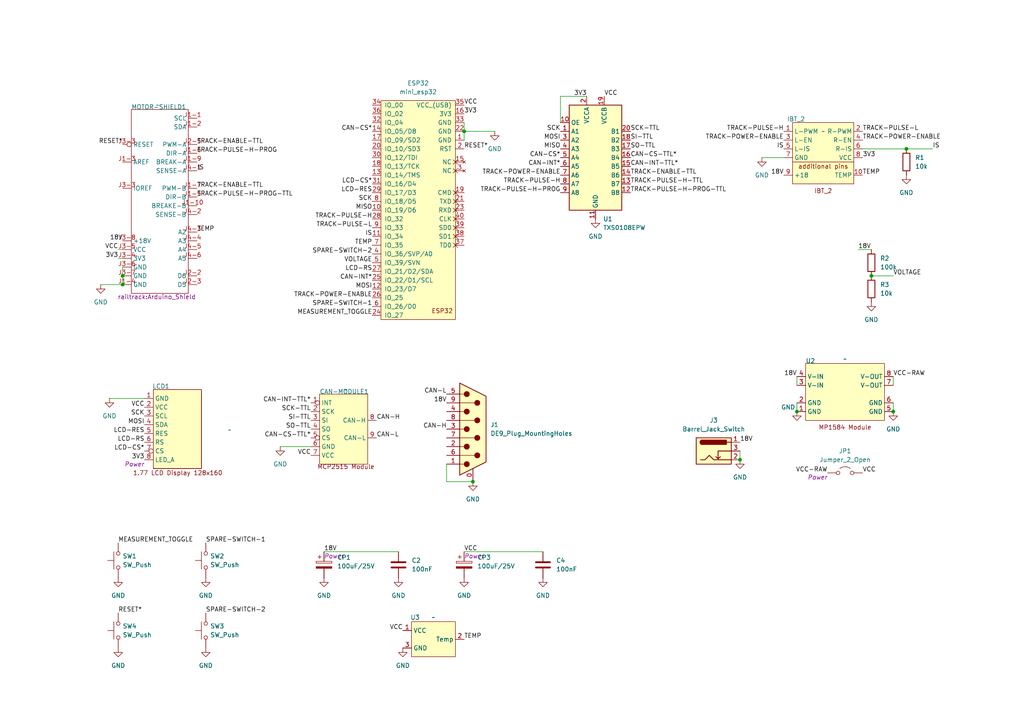
<source format=kicad_sch>
(kicad_sch (version 20231120) (generator "eeschema") (generator_version "8.0")
  (paper "A4")
  (title_block (title "TrackController") (date "2024-04-29") (rev "A") (comment 1 "Complete Schematics") (comment 2 "Design by Gerard Harkema"))
  (lib_symbols
    (symbol "Connector:Barrel_Jack_Switch" (pin_names hide)
      (property "Reference" "J" (at 0 5.334 0))
      (property "Value" "Barrel_Jack_Switch" (at 0 -5.08 0))
      (symbol "Barrel_Jack_Switch_0_1"
        (rectangle (start -5.08 3.81) (end 5.08 -3.81) (stroke (width 0.254)) (fill (type background)))
        (arc (start -3.302 3.175) (mid -3.9343 2.54) (end -3.302 1.905) (stroke (width 0.254)))
        (arc (start -3.302 3.175) (mid -3.9343 2.54) (end -3.302 1.905) (stroke (width 0.254)) (fill (type outline)))
        (polyline (pts (xy 1.27 -2.286) (xy 1.905 -1.651)) (stroke (width 0.254)))
        (polyline (pts (xy 5.08 2.54) (xy 3.81 2.54)) (stroke (width 0.254)))
        (polyline (pts (xy 5.08 0) (xy 1.27 0) (xy 1.27 -2.286) (xy 0.635 -1.651)) (stroke (width 0.254)))
        (polyline (pts (xy -3.81 -2.54) (xy -2.54 -2.54) (xy -1.27 -1.27) (xy 0 -2.54) (xy 2.54 -2.54) (xy 5.08 -2.54)) (stroke (width 0.254)))
        (rectangle (start 3.683 3.175) (end -3.302 1.905) (stroke (width 0.254)) (fill (type outline)))
      )
      (symbol "Barrel_Jack_Switch_1_1"
        (pin passive line (at 7.62 2.54 180) (length 2.54) (name "~") (number "1"))
        (pin passive line (at 7.62 -2.54 180) (length 2.54) (name "~") (number "2"))
        (pin passive line (at 7.62 0 180) (length 2.54) (name "~") (number "3"))
      )
    )
    (symbol "Connector:DE9_Plug_MountingHoles" (pin_names (offset 1.016) hide)
      (property "Reference" "J" (at 0 16.51 0))
      (property "Value" "DE9_Plug_MountingHoles" (at 0 14.605 0))
      (symbol "DE9_Plug_MountingHoles_0_1"
        (circle (center -1.778 -10.16) (radius 0.762) (fill (type outline)))
        (circle (center -1.778 -5.08) (radius 0.762) (fill (type outline)))
        (circle (center -1.778 0) (radius 0.762) (fill (type outline)))
        (circle (center -1.778 5.08) (radius 0.762) (fill (type outline)))
        (circle (center -1.778 10.16) (radius 0.762) (fill (type outline)))
        (polyline (pts (xy -3.81 -10.16) (xy -2.54 -10.16)))
        (polyline (pts (xy -3.81 -7.62) (xy 0.508 -7.62)))
        (polyline (pts (xy -3.81 -5.08) (xy -2.54 -5.08)))
        (polyline (pts (xy -3.81 -2.54) (xy 0.508 -2.54)))
        (polyline (pts (xy -3.81 0) (xy -2.54 0)))
        (polyline (pts (xy -3.81 2.54) (xy 0.508 2.54)))
        (polyline (pts (xy -3.81 5.08) (xy -2.54 5.08)))
        (polyline (pts (xy -3.81 7.62) (xy 0.508 7.62)))
        (polyline (pts (xy -3.81 10.16) (xy -2.54 10.16)))
        (polyline (pts (xy -3.81 -13.335) (xy -3.81 13.335) (xy 3.81 9.525) (xy 3.81 -9.525) (xy -3.81 -13.335)) (stroke (width 0.254)) (fill (type background)))
        (circle (center 1.27 -7.62) (radius 0.762) (fill (type outline)))
        (circle (center 1.27 -2.54) (radius 0.762) (fill (type outline)))
        (circle (center 1.27 2.54) (radius 0.762) (fill (type outline)))
        (circle (center 1.27 7.62) (radius 0.762) (fill (type outline)))
      )
      (symbol "DE9_Plug_MountingHoles_1_1"
        (pin passive line (at 0 -15.24 90) (length 3.81) (name "PAD") (number "0"))
        (pin passive line (at -7.62 -10.16 0) (length 3.81) (name "1") (number "1"))
        (pin passive line (at -7.62 -5.08 0) (length 3.81) (name "2") (number "2"))
        (pin passive line (at -7.62 0 0) (length 3.81) (name "3") (number "3"))
        (pin passive line (at -7.62 5.08 0) (length 3.81) (name "4") (number "4"))
        (pin passive line (at -7.62 10.16 0) (length 3.81) (name "5") (number "5"))
        (pin passive line (at -7.62 -7.62 0) (length 3.81) (name "6") (number "6"))
        (pin passive line (at -7.62 -2.54 0) (length 3.81) (name "7") (number "7"))
        (pin passive line (at -7.62 2.54 0) (length 3.81) (name "8") (number "8"))
        (pin passive line (at -7.62 7.62 0) (length 3.81) (name "9") (number "9"))
      )
    )
    (symbol "Device:C" (pin_numbers hide) (pin_names (offset 0.254))
      (property "Reference" "C" (at 0.635 2.54 0))
      (property "Value" "C" (at 0.635 -2.54 0))
      (symbol "C_0_1"
        (polyline (pts (xy -2.032 -0.762) (xy 2.032 -0.762)) (stroke (width 0.508)))
        (polyline (pts (xy -2.032 0.762) (xy 2.032 0.762)) (stroke (width 0.508)))
      )
      (symbol "C_1_1"
        (pin passive line (at 0 3.81 270) (length 2.794) (name "~") (number "1"))
        (pin passive line (at 0 -3.81 90) (length 2.794) (name "~") (number "2"))
      )
    )
    (symbol "Device:C_Polarized" (pin_numbers hide) (pin_names (offset 0.254))
      (property "Reference" "C" (at 0.635 2.54 0))
      (property "Value" "C_Polarized" (at 0.635 -2.54 0))
      (symbol "C_Polarized_0_1"
        (rectangle (start -2.286 0.508) (end 2.286 1.016))
        (polyline (pts (xy -1.778 2.286) (xy -0.762 2.286)))
        (polyline (pts (xy -1.27 2.794) (xy -1.27 1.778)))
        (rectangle (start 2.286 -0.508) (end -2.286 -1.016) (fill (type outline)))
      )
      (symbol "C_Polarized_1_1"
        (pin passive line (at 0 3.81 270) (length 2.794) (name "~") (number "1"))
        (pin passive line (at 0 -3.81 90) (length 2.794) (name "~") (number "2"))
      )
    )
    (symbol "Device:R" (pin_numbers hide) (pin_names (offset 0))
      (property "Reference" "R" (at 2.032 0 90))
      (property "Value" "R" (at 0 0 90))
      (symbol "R_0_1"
        (rectangle (start -1.016 -2.54) (end 1.016 2.54) (stroke (width 0.254)))
      )
      (symbol "R_1_1"
        (pin passive line (at 0 3.81 270) (length 1.27) (name "~") (number "1"))
        (pin passive line (at 0 -3.81 90) (length 1.27) (name "~") (number "2"))
      )
    )
    (symbol "ESP32_mini:mini_esp32" (pin_names (offset 1.016))
      (property "Reference" "U" (at -7.62 -50.8 0))
      (property "Value" "mini_esp32" (at 5.08 -59.69 0))
      (symbol "mini_esp32_0_0"
        (text "ESP32" (at 7.62 -62.23 0) (effects (font (size 1.27 1.27))))
        (pin power_in line (at 13.97 -12.7 180) (length 2.54) (name "GND") (number "1"))
        (pin input line (at 13.97 -15.24 180) (length 2.54) (name "RST") (number "2"))
        (pin no_connect non_logic (at 13.97 -21.59 180) (length 2.54) (name "NC") (number "3"))
        (pin bidirectional line (at -12.7 -45.72 0) (length 2.54) (name "IO_36/SVP/A0") (number "4"))
        (pin bidirectional line (at -12.7 -48.26 0) (length 2.54) (name "IO_39/SVN") (number "5"))
      )
      (symbol "mini_esp32_0_1"
        (rectangle (start -10.16 -1.27) (end 11.43 -64.77) (fill (type background)))
      )
      (symbol "mini_esp32_1_1"
        (pin bidirectional line (at -12.7 -33.02 0) (length 2.54) (name "IO_19/D6") (number "10"))
        (pin bidirectional line (at -12.7 -40.64 0) (length 2.54) (name "IO_34") (number "11"))
        (pin bidirectional line (at -12.7 -55.88 0) (length 2.54) (name "IO_23/D7") (number "12"))
        (pin bidirectional line (at -12.7 -22.86 0) (length 2.54) (name "IO_14/TMS") (number "13"))
        (pin bidirectional line (at -12.7 -10.16 0) (length 2.54) (name "IO_05/D8") (number "14"))
        (pin no_connect non_logic (at 13.97 -19.05 180) (length 2.54) (name "NC") (number "15"))
        (pin power_in line (at 13.97 -5.08 180) (length 2.54) (name "3V3") (number "16"))
        (pin bidirectional line (at -12.7 -12.7 0) (length 2.54) (name "IO_09/SD2") (number "17"))
        (pin bidirectional line (at -12.7 -20.32 0) (length 2.54) (name "IO_13/TCK") (number "18"))
        (pin passive non_logic (at 13.97 -27.94 180) (length 2.54) (name "CMD") (number "19"))
        (pin bidirectional line (at -12.7 -15.24 0) (length 2.54) (name "IO_10/SD3") (number "20"))
        (pin passive non_logic (at 13.97 -30.48 180) (length 2.54) (name "TXD") (number "21"))
        (pin power_in line (at 13.97 -10.16 180) (length 2.54) (name "GND") (number "22"))
        (pin passive non_logic (at 13.97 -33.02 180) (length 2.54) (name "RXD") (number "23"))
        (pin bidirectional line (at -12.7 -63.5 0) (length 2.54) (name "IO_27") (number "24"))
        (pin bidirectional line (at -12.7 -53.34 0) (length 2.54) (name "IO_22/D1/SCL") (number "25"))
        (pin bidirectional line (at -12.7 -58.42 0) (length 2.54) (name "IO_25") (number "26"))
        (pin bidirectional line (at -12.7 -50.8 0) (length 2.54) (name "IO_21/D2/SDA") (number "27"))
        (pin bidirectional line (at -12.7 -35.56 0) (length 2.54) (name "IO_32") (number "28"))
        (pin bidirectional line (at -12.7 -27.94 0) (length 2.54) (name "IO_17/D3") (number "29"))
        (pin bidirectional line (at -12.7 -17.78 0) (length 2.54) (name "IO_12/TDI") (number "30"))
        (pin bidirectional line (at -12.7 -25.4 0) (length 2.54) (name "IO_16/D4") (number "31"))
        (pin bidirectional line (at -12.7 -7.62 0) (length 2.54) (name "IO_04") (number "32"))
        (pin power_in line (at 13.97 -7.62 180) (length 2.54) (name "GND") (number "33"))
        (pin bidirectional line (at -12.7 -2.54 0) (length 2.54) (name "IO_00") (number "34"))
        (pin power_in line (at 13.97 -2.54 180) (length 2.54) (name "VCC_(USB)") (number "35"))
        (pin bidirectional line (at -12.7 -5.08 0) (length 2.54) (name "IO_02") (number "36"))
        (pin passive non_logic (at 13.97 -43.18 180) (length 2.54) (name "TD0") (number "37"))
        (pin passive non_logic (at 13.97 -40.64 180) (length 2.54) (name "SD1") (number "38"))
        (pin passive non_logic (at 13.97 -38.1 180) (length 2.54) (name "SD0") (number "39"))
        (pin passive non_logic (at 13.97 -35.56 180) (length 2.54) (name "CLK") (number "40"))
        (pin bidirectional line (at -12.7 -60.96 0) (length 2.54) (name "IO_26/D0") (number "6"))
        (pin bidirectional line (at -12.7 -43.18 0) (length 2.54) (name "IO_35") (number "7"))
        (pin bidirectional line (at -12.7 -30.48 0) (length 2.54) (name "IO_18/D5") (number "8"))
        (pin bidirectional line (at -12.7 -38.1 0) (length 2.54) (name "IO_33") (number "9"))
      )
    )
    (symbol "Jumper:Jumper_2_Open" (pin_numbers hide) (pin_names (offset 0) hide) (exclude_from_sim yes)
      (property "Reference" "JP" (at 0 2.794 0))
      (property "Value" "Jumper_2_Open" (at 0 -2.286 0))
      (symbol "Jumper_2_Open_0_0"
        (circle (center -2.032 0) (radius 0.508))
        (circle (center 2.032 0) (radius 0.508))
      )
      (symbol "Jumper_2_Open_0_1"
        (arc (start 1.524 1.27) (mid 0 1.778) (end -1.524 1.27))
      )
      (symbol "Jumper_2_Open_1_1"
        (pin passive line (at -5.08 0 0) (length 2.54) (name "A") (number "1"))
        (pin passive line (at 5.08 0 180) (length 2.54) (name "B") (number "2"))
      )
    )
    (symbol "Logic_LevelTranslator:TXS0108EPW"
      (property "Reference" "U" (at -6.35 16.51 0))
      (property "Value" "TXS0108EPW" (at 3.81 16.51 0))
      (symbol "TXS0108EPW_0_1"
        (rectangle (start -7.62 15.24) (end 7.62 -15.24) (stroke (width 0.254)) (fill (type background)))
      )
      (symbol "TXS0108EPW_1_1"
        (pin bidirectional line (at -10.16 7.62 0) (length 2.54) (name "A1") (number "1"))
        (pin input line (at -10.16 10.16 0) (length 2.54) (name "OE") (number "10"))
        (pin power_in line (at 0 -17.78 90) (length 2.54) (name "GND") (number "11"))
        (pin bidirectional line (at 10.16 -10.16 180) (length 2.54) (name "B8") (number "12"))
        (pin bidirectional line (at 10.16 -7.62 180) (length 2.54) (name "B7") (number "13"))
        (pin bidirectional line (at 10.16 -5.08 180) (length 2.54) (name "B6") (number "14"))
        (pin bidirectional line (at 10.16 -2.54 180) (length 2.54) (name "B5") (number "15"))
        (pin bidirectional line (at 10.16 0 180) (length 2.54) (name "B4") (number "16"))
        (pin bidirectional line (at 10.16 2.54 180) (length 2.54) (name "B3") (number "17"))
        (pin bidirectional line (at 10.16 5.08 180) (length 2.54) (name "B2") (number "18"))
        (pin power_in line (at 2.54 17.78 270) (length 2.54) (name "VCCB") (number "19"))
        (pin power_in line (at -2.54 17.78 270) (length 2.54) (name "VCCA") (number "2"))
        (pin bidirectional line (at 10.16 7.62 180) (length 2.54) (name "B1") (number "20"))
        (pin bidirectional line (at -10.16 5.08 0) (length 2.54) (name "A2") (number "3"))
        (pin bidirectional line (at -10.16 2.54 0) (length 2.54) (name "A3") (number "4"))
        (pin bidirectional line (at -10.16 0 0) (length 2.54) (name "A4") (number "5"))
        (pin bidirectional line (at -10.16 -2.54 0) (length 2.54) (name "A5") (number "6"))
        (pin bidirectional line (at -10.16 -5.08 0) (length 2.54) (name "A6") (number "7"))
        (pin bidirectional line (at -10.16 -7.62 0) (length 2.54) (name "A7") (number "8"))
        (pin bidirectional line (at -10.16 -10.16 0) (length 2.54) (name "A8") (number "9"))
      )
    )
    (symbol "Switch:SW_Push" (pin_numbers hide) (pin_names (offset 1.016) hide)
      (property "Reference" "SW" (at 1.27 2.54 0))
      (property "Value" "SW_Push" (at 0 -1.524 0))
      (symbol "SW_Push_0_1"
        (circle (center -2.032 0) (radius 0.508))
        (polyline (pts (xy 0 1.27) (xy 0 3.048)))
        (polyline (pts (xy 2.54 1.27) (xy -2.54 1.27)))
        (circle (center 2.032 0) (radius 0.508))
        (pin passive line (at -5.08 0 0) (length 2.54) (name "1") (number "1"))
        (pin passive line (at 5.08 0 180) (length 2.54) (name "2") (number "2"))
      )
    )
    (symbol "power:GND" (power) (pin_numbers hide) (pin_names (offset 0) hide)
      (property "Value" "GND" (at 0 -3.81 0))
      (symbol "GND_0_1"
        (polyline (pts (xy 0 0) (xy 0 -1.27) (xy 1.27 -1.27) (xy 0 -2.54) (xy -1.27 -1.27) (xy 0 -1.27)))
      )
      (symbol "GND_1_1"
        (pin power_in line (at 0 0 270) (length 0) (name "~") (number "1"))
      )
    )
    (symbol "railtrack:1.77_LCD_Display"
      (property "Reference" "LCD1" (at -7.874 11.684 0))
      (property "Value" "~" (at 13.97 -0.2512 0))
      (symbol "1.77_LCD_Display_0_1"
        (rectangle (start -7.62 11.43) (end 6.35 -11.43) (fill (type background)))
        (polyline (pts (xy -7.62 11.43) (xy -7.62 -11.43) (xy 6.35 -11.43) (xy 6.35 11.43) (xy -7.62 11.43)))
      )
      (symbol "1.77_LCD_Display_1_1"
        (text "1.77 LCD Display 128x160" (at -0.508 -12.7 0) (effects (font (size 1.27 1.27))))
        (pin power_in line (at -10.16 8.89 0) (length 2.54) (name "GND") (number "1"))
        (pin power_in line (at -10.16 6.35 0) (length 2.54) (name "VCC") (number "2"))
        (pin input line (at -10.16 3.81 0) (length 2.54) (name "SCL") (number "3"))
        (pin input line (at -10.16 1.27 0) (length 2.54) (name "SDA") (number "4"))
        (pin input line (at -10.16 -1.27 0) (length 2.54) (name "RES") (number "5"))
        (pin input line (at -10.16 -3.81 0) (length 2.54) (name "RS") (number "6"))
        (pin input inverted (at -10.16 -6.35 0) (length 2.54) (name "CS") (number "7"))
        (pin input line (at -10.16 -8.89 0) (length 2.54) (name "LED_A") (number "8"))
      )
    )
    (symbol "railtrack:ARDUIN-MOTOR--SHIELD-REVB"
      (property "Reference" "U" (at -2.54 25.4 0))
      (symbol "ARDUIN-MOTOR--SHIELD-REVB_1_1"
        (text_box "" (at 13.97 -27.94 0) (size -16.51 53.34) (effects (font (size 1.27 1.27)) (justify left top)))
        (pin input line (at 16.51 22.86 180) (length 2.54) (name "SCL") (number "J1-1"))
        (pin input line (at 16.51 -2.54 180) (length 2.54) (name "BREAKE-B") (number "J1-10"))
        (pin bidirectional line (at 16.51 20.32 180) (length 2.54) (name "SDA") (number "J1-2"))
        (pin power_in line (at -5.08 10.16 0) (length 2.54) (name "AREF") (number "J1-3"))
        (pin power_in line (at -5.08 -25.4 0) (length 2.54) (name "GND") (number "J1-4"))
        (pin input line (at 16.51 0 180) (length 2.54) (name "DIR-B") (number "J1-5"))
        (pin input line (at 16.51 12.7 180) (length 2.54) (name "DIR-A") (number "J1-6"))
        (pin input line (at 16.51 2.54 180) (length 2.54) (name "PWM-B") (number "J1-7"))
        (pin input line (at 16.51 10.16 180) (length 2.54) (name "BREAK-A") (number "J1-9"))
        (pin bidirectional line (at 16.51 -22.86 180) (length 2.54) (name "D6") (number "J2-2"))
        (pin bidirectional line (at 16.51 -25.4 180) (length 2.54) (name "D5") (number "J2-3"))
        (pin input line (at 16.51 15.24 180) (length 2.54) (name "PWM-A") (number "J2-5"))
        (pin input line (at -5.08 2.54 0) (length 2.54) (name "IOREF") (number "J3-3"))
        (pin output inverted (at -5.08 15.24 0) (length 2.54) (name "RESET") (number "J3-3"))
        (pin power_in line (at -5.08 -17.78 0) (length 2.54) (name "3V3") (number "J3-4"))
        (pin power_in line (at -5.08 -15.24 0) (length 2.54) (name "VCC") (number "J3-5"))
        (pin power_in line (at -5.08 -20.32 0) (length 2.54) (name "GND") (number "J3-6"))
        (pin power_in line (at -5.08 -22.86 0) (length 2.54) (name "GND") (number "J3-7"))
        (pin power_out line (at -5.08 -12.7 0) (length 2.54) (name "+18V") (number "J3-8"))
        (pin output line (at 16.51 7.62 180) (length 2.54) (name "SENSE-A") (number "J4-1"))
        (pin output line (at 16.51 -5.08 180) (length 2.54) (name "SENSE-B") (number "J4-2"))
        (pin output line (at 16.51 -10.16 180) (length 2.54) (name "A2") (number "J4-3"))
        (pin output line (at 16.51 -12.7 180) (length 2.54) (name "A3") (number "J4-4"))
        (pin output line (at 16.51 -15.24 180) (length 2.54) (name "A4") (number "J4-5"))
        (pin output line (at 16.51 -17.78 180) (length 2.54) (name "A5") (number "J4-6"))
      )
    )
    (symbol "railtrack:IBT_2"
      (property "Reference" "U" (at -7.62 8.89 0))
      (symbol "IBT_2_0_1"
        (rectangle (start -8.89 7.62) (end 8.89 -10.16) (fill (type background)))
        (polyline (pts (xy -8.89 -3.81) (xy 8.89 -3.81)))
      )
      (symbol "IBT_2_1_1"
        (text "additional pins" (at 0 -5.08 0) (effects (font (size 1.27 1.27))))
        (text "IBT_2" (at 0 -11.43 0) (effects (font (size 1.27 1.27)) (justify top)))
        (pin input line (at -11.43 5.08 0) (length 2.54) (name "L-PWM") (number "1"))
        (pin power_out line (at 11.43 -7.62 180) (length 2.54) (name "TEMP") (number "10"))
        (pin input line (at 11.43 5.08 180) (length 2.54) (name "R-PWM") (number "2"))
        (pin input line (at -11.43 2.54 0) (length 2.54) (name "L-EN") (number "3"))
        (pin input line (at 11.43 2.54 180) (length 2.54) (name "R-EN") (number "4"))
        (pin output line (at -11.43 0 0) (length 2.54) (name "L-IS") (number "5"))
        (pin output line (at 11.43 0 180) (length 2.54) (name "R-IS") (number "6"))
        (pin power_out line (at -11.43 -2.54 0) (length 2.54) (name "GND") (number "7"))
        (pin power_in line (at 11.43 -2.54 180) (length 2.54) (name "VCC") (number "8"))
        (pin power_out line (at -11.43 -7.62 0) (length 2.54) (name "+18") (number "9"))
      )
    )
    (symbol "railtrack:MCP2515_Module"
      (property "Reference" "U3" (at -7.62 5.08 0))
      (property "Value" "~" (at 0 6.35 0))
      (symbol "MCP2515_Module_0_1"
        (polyline (pts (xy -7.62 5.08) (xy -7.62 -15.24) (xy 6.35 -15.24) (xy 6.35 5.08) (xy -7.62 5.08)) (fill (type background)))
      )
      (symbol "MCP2515_Module_1_1"
        (text "MCP2515 Module" (at 0 -15.24 0) (effects (font (size 1.27 1.27)) (justify top)))
        (pin output inverted (at -10.16 2.54 0) (length 2.54) (name "INT") (number "1"))
        (pin input line (at -10.16 0 0) (length 2.54) (name "SCK") (number "2"))
        (pin input line (at -10.16 -2.54 0) (length 2.54) (name "SI") (number "3"))
        (pin output line (at -10.16 -5.08 0) (length 2.54) (name "SO") (number "4"))
        (pin input inverted (at -10.16 -7.62 0) (length 2.54) (name "CS") (number "5"))
        (pin input line (at -10.16 -10.16 0) (length 2.54) (name "GND") (number "6"))
        (pin input line (at -10.16 -12.7 0) (length 2.54) (name "VCC") (number "7"))
        (pin bidirectional line (at 8.89 -2.54 180) (length 2.54) (name "CAN-H") (number "8"))
        (pin bidirectional line (at 8.89 -7.62 180) (length 2.54) (name "CAN-L") (number "9"))
      )
    )
    (symbol "railtrack:MP1585_module"
      (property "Reference" "U4" (at -11.43 8.89 0))
      (property "Value" "~" (at 0 10.16 0))
      (symbol "MP1585_module_0_1"
        (rectangle (start -11.43 8.89) (end 11.43 -7.62) (fill (type background)))
      )
      (symbol "MP1585_module_1_1"
        (text "MP1584 Module" (at 0 -8.89 0) (effects (font (size 1.27 1.27)) (justify top)))
        (pin power_in line (at -13.97 -5.08 0) (length 2.54) (name "GND") (number "1"))
        (pin power_in line (at -13.97 -2.54 0) (length 2.54) (name "GND") (number "2"))
        (pin power_in line (at -13.97 2.54 0) (length 2.54) (name "V-IN") (number "3"))
        (pin power_in line (at -13.97 5.08 0) (length 2.54) (name "V-IN") (number "4"))
        (pin power_out line (at 13.97 -5.08 180) (length 2.54) (name "GND") (number "5"))
        (pin power_out line (at 13.97 -2.54 180) (length 2.54) (name "GND") (number "6"))
        (pin power_out line (at 13.97 2.54 180) (length 2.54) (name "V-OUT") (number "7"))
        (pin power_in line (at 13.97 5.08 180) (length 2.54) (name "V-OUT") (number "8"))
      )
    )
    (symbol "railtrack:TMP36"
      (property "Reference" "U" (at -6.35 5.08 0))
      (symbol "TMP36_0_1"
        (rectangle (start -6.35 5.08) (end 6.35 -5.08) (fill (type background)))
      )
      (symbol "TMP36_1_1"
        (pin power_in line (at -8.89 2.54 0) (length 2.54) (name "VCC") (number "1"))
        (pin power_in line (at 8.89 0 180) (length 2.54) (name "Temp") (number "2"))
        (pin power_in line (at -8.89 -2.54 0) (length 2.54) (name "GND") (number "3"))
      )
    )
  )
  (junction (at 259.08 119.38))
  (junction (at 262.89 43.18))
  (junction (at 214.63 133.35))
  (junction (at 252.73 80.01))
  (junction (at 134.62 38.1))
  (junction (at 231.14 119.38))
  (junction (at 137.16 139.7))
  (junction (at 35.56 82.55))
  (junction (at 35.56 80.01))
  (wire (pts (xy 81.28 129.54) (xy 90.17 129.54)))
  (wire (pts (xy 93.98 160.02) (xy 115.57 160.02)))
  (wire (pts (xy 262.89 43.18) (xy 250.19 43.18)))
  (wire (pts (xy 259.08 109.22) (xy 259.08 111.76)))
  (wire (pts (xy 270.51 43.18) (xy 262.89 43.18)))
  (wire (pts (xy 134.62 38.1) (xy 143.51 38.1)))
  (wire (pts (xy 134.62 160.02) (xy 157.48 160.02)))
  (wire (pts (xy 231.14 109.22) (xy 231.14 111.76)))
  (wire (pts (xy 29.21 82.55) (xy 35.56 82.55)))
  (wire (pts (xy 34.29 74.93) (xy 35.56 74.93)))
  (wire (pts (xy 162.56 35.56) (xy 162.56 27.94)))
  (wire (pts (xy 34.29 72.39) (xy 35.56 72.39)))
  (wire (pts (xy 134.62 38.1) (xy 134.62 40.64)))
  (wire (pts (xy 231.14 116.84) (xy 231.14 119.38)))
  (wire (pts (xy 31.75 115.57) (xy 41.91 115.57)))
  (wire (pts (xy 259.08 80.01) (xy 252.73 80.01)))
  (wire (pts (xy 35.56 77.47) (xy 35.56 80.01)))
  (wire (pts (xy 220.98 45.72) (xy 227.33 45.72)))
  (wire (pts (xy 162.56 27.94) (xy 170.18 27.94)))
  (wire (pts (xy 248.92 72.39) (xy 252.73 72.39)))
  (wire (pts (xy 129.54 134.62) (xy 129.54 139.7)))
  (wire (pts (xy 129.54 139.7) (xy 137.16 139.7)))
  (wire (pts (xy 259.08 116.84) (xy 259.08 119.38)))
  (wire (pts (xy 214.63 130.81) (xy 214.63 133.35)))
  (wire (pts (xy 35.56 80.01) (xy 35.56 82.55)))
  (wire (pts (xy 134.62 35.56) (xy 134.62 38.1)))
  (label "MISO" (at 162.56 43.18 180))
  (label "SO-TTL" (at 90.17 124.46 180))
  (label "TRACK-PULSE-H" (at 162.56 53.34 180))
  (label "18V" (at 227.33 50.8 180))
  (label "3V3" (at 34.29 74.93 180))
  (label "18V" (at 231.14 109.22 180))
  (label "3V3" (at 134.62 33.02 0))
  (label "SCK" (at 162.56 38.1 180))
  (label "TRACK-PULSE-L" (at 250.19 38.1 0))
  (label "SO-TTL" (at 182.88 43.18 0))
  (label "LCD-RS" (at 41.91 128.27 180))
  (label "18V" (at 129.54 116.84 180))
  (label "TEMP" (at 250.19 50.8 0))
  (label "3V3" (at 170.18 27.94 180))
  (label "TRACK-ENABLE-TTL" (at 57.15 54.61 0))
  (label "CAN-INT-TTL*" (at 90.17 116.84 180))
  (label "TRACK-POWER-ENABLE" (at 250.19 40.64 0))
  (label "TEMP" (at 134.62 185.42 0))
  (label "VCC" (at 134.62 160.02 0) (property "Netclass" "Power" (at 134.62 161.29 0) (effects (font (italic yes)) (justify left))))
  (label "IS" (at 107.95 68.58 180))
  (label "VCC" (at 116.84 182.88 180))
  (label "CAN-INT-TTL*" (at 182.88 48.26 0))
  (label "VCC" (at 90.17 132.08 180))
  (label "VCC-RAW" (at 259.08 109.22 0))
  (label "CAN-CS-TTL*" (at 182.88 45.72 0))
  (label "3V3" (at 41.91 133.35 180) (property "Netclass" "Power" (at 41.91 134.62 0) (effects (font (italic yes)) (justify right))))
  (label "IS" (at 57.15 49.53 0))
  (label "TRACK-POWER-ENABLE" (at 227.33 40.64 180))
  (label "VOLTAGE" (at 107.95 76.2 180))
  (label "SCK" (at 41.91 120.65 180))
  (label "LCD-RES" (at 107.95 55.88 180))
  (label "LCD-RS" (at 107.95 78.74 180))
  (label "LCD-CS*" (at 41.91 130.81 180))
  (label "SPARE-SWITCH-1" (at 59.69 157.48 0))
  (label "VCC-RAW" (at 240.03 137.16 180) (property "Netclass" "Power" (at 240.03 138.43 0) (effects (font (italic yes)) (justify right))))
  (label "RESET*" (at 134.62 43.18 0))
  (label "SCK-TTL" (at 182.88 38.1 0))
  (label "RESET*" (at 35.56 41.91 180))
  (label "CAN-CS*" (at 162.56 45.72 180))
  (label "TRACK-PULSE-H" (at 107.95 63.5 180))
  (label "SCK" (at 107.95 58.42 180))
  (label "TRACK-POWER-ENABLE" (at 107.95 86.36 180))
  (label "SI-TTL" (at 182.88 40.64 0))
  (label "MISO" (at 107.95 60.96 180))
  (label "CAN-INT*" (at 107.95 81.28 180))
  (label "18V" (at 214.63 128.27 0))
  (label "TRACK-ENABLE-TTL" (at 182.88 50.8 0))
  (label "TRACK-ENABLE-TTL" (at 57.15 41.91 0))
  (label "MOSI" (at 107.95 83.82 180))
  (label "LCD-CS*" (at 107.95 53.34 180))
  (label "TEMP" (at 107.95 71.12 180))
  (label "18V" (at 35.56 69.85 180))
  (label "TEMP" (at 57.15 67.31 0))
  (label "MEASUREMENT_TOGGLE" (at 34.29 157.48 0))
  (label "CAN-H" (at 109.22 121.92 0))
  (label "TRACK-PULSE-L" (at 107.95 66.04 180))
  (label "TRACK-PULSE-H-PROG-TTL" (at 57.15 57.15 0))
  (label "RESET*" (at 34.29 177.8 0))
  (label "TRACK-PULSE-H-PROG" (at 57.15 44.45 0))
  (label "TRACK-PULSE-H-PROG" (at 162.56 55.88 180))
  (label "CAN-CS*" (at 107.95 38.1 180))
  (label "IS" (at 227.33 43.18 180))
  (label "CAN-L" (at 129.54 114.3 180))
  (label "VCC" (at 41.91 118.11 180))
  (label "SPARE-SWITCH-2" (at 59.69 177.8 0))
  (label "TRACK-PULSE-H-PROG-TTL" (at 182.88 55.88 0))
  (label "SCK-TTL" (at 90.17 119.38 180))
  (label "MEASUREMENT_TOGGLE" (at 107.95 91.44 180))
  (label "VCC" (at 175.26 27.94 0))
  (label "MOSI" (at 162.56 40.64 180))
  (label "TRACK-PULSE-H" (at 227.33 38.1 180))
  (label "LCD-RES" (at 41.91 125.73 180))
  (label "SPARE-SWITCH-1" (at 107.95 88.9 180))
  (label "SPARE-SWITCH-2" (at 107.95 73.66 180))
  (label "MOSI" (at 41.91 123.19 180))
  (label "VOLTAGE" (at 259.08 80.01 0))
  (label "SI-TTL" (at 90.17 121.92 180))
  (label "TRACK-POWER-ENABLE" (at 162.56 50.8 180))
  (label "3V3" (at 250.19 45.72 0))
  (label "CAN-CS-TTL*" (at 90.17 127 180))
  (label "VCC" (at 134.62 30.48 0))
  (label "CAN-INT*" (at 162.56 48.26 180))
  (label "CAN-L" (at 109.22 127 0))
  (label "18V" (at 248.92 72.39 0))
  (label "CAN-H" (at 129.54 124.46 180))
  (label "IS" (at 270.51 43.18 0))
  (label "18V" (at 93.98 160.02 0) (property "Netclass" "Power" (at 93.98 161.29 0) (effects (font (italic yes)) (justify left))))
  (label "VCC" (at 34.29 72.39 180))
  (label "VCC" (at 250.19 137.16 0))
  (label "TRACK-PULSE-H-TTL" (at 182.88 53.34 0))
  (symbol (lib_id "power:GND") (at 157.48 167.64 0) (unit 1)
    (property "Reference" "#PWR018" (effects (hide yes)))
    (property "Value" "GND" (at 157.48 172.72 0))
    (property "Description" "Power symbol creates a global label with name \"GND\" , ground" (effects (hide yes)))
  )
  (symbol (lib_id "Switch:SW_Push") (at 59.69 182.88 90) (unit 1)
    (property "Reference" "SW3" (at 60.96 181.6099 90) (effects (justify right)))
    (property "Value" "SW_Push" (at 60.96 184.1499 90) (effects (justify right)))
    (property "Footprint" "Button_Switch_THT:SW_PUSH_6mm" (effects (hide yes)))
    (property "Description" "Push button switch, generic, two pins" (effects (hide yes)))
  )
  (symbol (lib_id "power:GND") (at 259.08 119.38 0) (unit 1)
    (property "Reference" "#PWR02" (effects (hide yes)))
    (property "Value" "GND" (at 259.08 124.46 0))
    (property "Description" "Power symbol creates a global label with name \"GND\" , ground" (effects (hide yes)))
  )
  (symbol (lib_id "Device:C_Polarized") (at 134.62 163.83 0) (unit 1)
    (property "Reference" "CP3" (at 138.43 161.6709 0) (effects (justify left)))
    (property "Value" "100uF/25V" (at 138.43 164.2109 0) (effects (justify left)))
    (property "Footprint" "Capacitor_THT:CP_Radial_D8.0mm_P5.00mm" (effects (hide yes)))
    (property "Description" "Polarized capacitor" (effects (hide yes)))
  )
  (symbol (lib_id "power:GND") (at 81.28 129.54 0) (unit 1)
    (property "Reference" "#PWR03" (effects (hide yes)))
    (property "Value" "GND" (at 81.28 134.62 0))
    (property "Description" "Power symbol creates a global label with name \"GND\" , ground" (effects (hide yes)))
  )
  (symbol (lib_id "Connector:Barrel_Jack_Switch") (at 207.01 130.81 0) (unit 1)
    (property "Reference" "J3" (at 207.01 121.92 0))
    (property "Value" "Barrel_Jack_Switch" (at 207.01 124.46 0))
    (property "Footprint" "Connector_BarrelJack:BarrelJack_GCT_DCJ200-10-A_Horizontal" (effects (hide yes)))
    (property "Description" "DC Barrel Jack with an internal switch" (effects (hide yes)))
  )
  (symbol (lib_id "power:GND") (at 116.84 187.96 0) (unit 1)
    (property "Reference" "#PWR021" (effects (hide yes)))
    (property "Value" "GND" (at 116.84 193.04 0))
    (property "Description" "Power symbol creates a global label with name \"GND\" , ground" (effects (hide yes)))
  )
  (symbol (lib_id "railtrack:IBT_2") (at 238.76 43.18 0) (unit 1)
    (property "Reference" "IBT_2" (at 230.886 34.544 0))
    (property "Value" "~" (at 238.76 38.1 0))
    (property "Footprint" "railtrack:IBT_2" (effects (hide yes)))
  )
  (symbol (lib_id "Device:R") (at 262.89 46.99 0) (unit 1)
    (property "Reference" "R1" (at 265.43 45.7199 0) (effects (justify left)))
    (property "Value" "10k" (at 265.43 48.2599 0) (effects (justify left)))
    (property "Footprint" "Resistor_THT:R_Axial_DIN0207_L6.3mm_D2.5mm_P7.62mm_Horizontal" (effects (hide yes)))
    (property "Description" "Resistor" (effects (hide yes)))
  )
  (symbol (lib_id "power:GND") (at 252.73 87.63 0) (unit 1)
    (property "Reference" "#PWR014" (effects (hide yes)))
    (property "Value" "GND" (at 252.73 92.71 0))
    (property "Description" "Power symbol creates a global label with name \"GND\" , ground" (effects (hide yes)))
  )
  (symbol (lib_id "Device:C_Polarized") (at 93.98 163.83 0) (unit 1)
    (property "Reference" "CP1" (at 97.79 161.6709 0) (effects (justify left)))
    (property "Value" "100uF/25V" (at 97.79 164.2109 0) (effects (justify left)))
    (property "Footprint" "Capacitor_THT:CP_Radial_D8.0mm_P5.00mm" (effects (hide yes)))
    (property "Description" "Polarized capacitor" (effects (hide yes)))
  )
  (symbol (lib_id "railtrack:MCP2515_Module") (at 100.33 119.38 0) (unit 1)
    (property "Reference" "CAN-MODULE1" (at 92.71 114.3 0) (effects (justify left bottom)))
    (property "Value" "~" (at 100.33 113.03 0))
    (property "Footprint" "railtrack:MCP2515 Module" (effects (hide yes)))
  )
  (symbol (lib_id "Switch:SW_Push") (at 34.29 162.56 90) (unit 1)
    (property "Reference" "SW1" (at 35.56 161.2899 90) (effects (justify right)))
    (property "Value" "SW_Push" (at 35.56 163.8299 90) (effects (justify right)))
    (property "Footprint" "Button_Switch_THT:SW_PUSH_6mm" (effects (hide yes)))
    (property "Description" "Push button switch, generic, two pins" (effects (hide yes)))
  )
  (symbol (lib_id "power:GND") (at 93.98 167.64 0) (unit 1)
    (property "Reference" "#PWR015" (effects (hide yes)))
    (property "Value" "GND" (at 93.98 172.72 0))
    (property "Description" "Power symbol creates a global label with name \"GND\" , ground" (effects (hide yes)))
  )
  (symbol (lib_id "power:GND") (at 262.89 50.8 0) (unit 1)
    (property "Reference" "#PWR013" (effects (hide yes)))
    (property "Value" "GND" (at 262.89 55.88 0))
    (property "Description" "Power symbol creates a global label with name \"GND\" , ground" (effects (hide yes)))
  )
  (symbol (lib_id "power:GND") (at 220.98 45.72 0) (unit 1)
    (property "Reference" "#PWR012" (effects (hide yes)))
    (property "Value" "GND" (at 220.98 50.8 0))
    (property "Description" "Power symbol creates a global label with name \"GND\" , ground" (effects (hide yes)))
  )
  (symbol (lib_id "Device:C") (at 157.48 163.83 0) (unit 1)
    (property "Reference" "C4" (at 161.29 162.5599 0) (effects (justify left)))
    (property "Value" "100nF" (at 161.29 165.0999 0) (effects (justify left)))
    (property "Footprint" "Capacitor_THT:C_Disc_D5.1mm_W3.2mm_P5.00mm" (effects (hide yes)))
    (property "Description" "Unpolarized capacitor" (effects (hide yes)))
  )
  (symbol (lib_id "Device:R") (at 252.73 76.2 0) (unit 1)
    (property "Reference" "R2" (at 255.27 74.9299 0) (effects (justify left)))
    (property "Value" "100k" (at 255.27 77.4699 0) (effects (justify left)))
    (property "Footprint" "Resistor_THT:R_Axial_DIN0207_L6.3mm_D2.5mm_P7.62mm_Horizontal" (effects (hide yes)))
    (property "Description" "Resistor" (effects (hide yes)))
  )
  (symbol (lib_id "power:GND") (at 214.63 133.35 0) (unit 1)
    (property "Reference" "#PWR011" (effects (hide yes)))
    (property "Value" "GND" (at 214.63 138.43 0))
    (property "Description" "Power symbol creates a global label with name \"GND\" , ground" (effects (hide yes)))
  )
  (symbol (lib_id "power:GND") (at 115.57 167.64 0) (unit 1)
    (property "Reference" "#PWR016" (effects (hide yes)))
    (property "Value" "GND" (at 115.57 172.72 0))
    (property "Description" "Power symbol creates a global label with name \"GND\" , ground" (effects (hide yes)))
  )
  (symbol (lib_id "railtrack:ARDUIN-MOTOR--SHIELD-REVB") (at 40.64 57.15 0) (unit 1)
    (property "Reference" "MOTOR-SHIELD1" (at 38.1 31.75 0) (effects (justify left bottom)))
    (property "Value" "~" (at 45.72 30.48 0))
    (property "Footprint" "railtrack:Arduino_Shield" (at 45.466 86.106 0))
  )
  (symbol (lib_id "railtrack:1.77_LCD_Display") (at 52.07 124.46 0) (unit 1)
    (property "Reference" "LCD1" (at 44.196 112.776 0) (effects (justify left bottom)))
    (property "Value" "~" (at 66.04 124.7112 0) (effects (justify left)))
    (property "Footprint" "railtrack:1.77 LCD Display 128x160" (effects (hide yes)))
  )
  (symbol (lib_id "power:GND") (at 137.16 139.7 0) (unit 1)
    (property "Reference" "#PWR08" (effects (hide yes)))
    (property "Value" "GND" (at 137.16 144.78 0))
    (property "Description" "Power symbol creates a global label with name \"GND\" , ground" (effects (hide yes)))
  )
  (symbol (lib_id "power:GND") (at 143.51 38.1 0) (unit 1)
    (property "Reference" "#PWR05" (effects (hide yes)))
    (property "Value" "GND" (at 143.51 43.18 0))
    (property "Description" "Power symbol creates a global label with name \"GND\" , ground" (effects (hide yes)))
  )
  (symbol (lib_id "Logic_LevelTranslator:TXS0108EPW") (at 172.72 45.72 0) (unit 1)
    (property "Reference" "U1" (at 174.9141 63.5 0) (effects (justify left)))
    (property "Value" "TXS0108EPW" (at 174.9141 66.04 0) (effects (justify left)))
    (property "Footprint" "my_footprints:Texas_TXS0108E_Level_Shifter_Module" (effects (hide yes)))
    (property "Datasheet" "www.ti.com/lit/ds/symlink/txs0108e.pdf" (effects (hide yes)))
    (property "Description" "Bidirectional  level-shifting voltage translator, TSSOP-20" (effects (hide yes)))
  )
  (symbol (lib_id "railtrack:TMP36") (at 125.73 185.42 0) (unit 1)
    (property "Reference" "U3" (at 120.396 179.07 0))
    (property "Value" "~" (at 125.73 179.07 0))
    (property "Footprint" "Package_TO_SOT_THT:TO-92" (effects (hide yes)))
  )
  (symbol (lib_id "Switch:SW_Push") (at 59.69 162.56 90) (unit 1)
    (property "Reference" "SW2" (at 60.96 161.2899 90) (effects (justify right)))
    (property "Value" "SW_Push" (at 60.96 163.8299 90) (effects (justify right)))
    (property "Footprint" "Button_Switch_THT:SW_PUSH_6mm" (effects (hide yes)))
    (property "Description" "Push button switch, generic, two pins" (effects (hide yes)))
  )
  (symbol (lib_id "Device:R") (at 252.73 83.82 0) (unit 1)
    (property "Reference" "R3" (at 255.27 82.5499 0) (effects (justify left)))
    (property "Value" "10k" (at 255.27 85.0899 0) (effects (justify left)))
    (property "Footprint" "Resistor_THT:R_Axial_DIN0207_L6.3mm_D2.5mm_P7.62mm_Horizontal" (effects (hide yes)))
    (property "Description" "Resistor" (effects (hide yes)))
  )
  (symbol (lib_id "power:GND") (at 172.72 63.5 0) (unit 1)
    (property "Reference" "#PWR06" (effects (hide yes)))
    (property "Value" "GND" (at 172.72 68.58 0))
    (property "Description" "Power symbol creates a global label with name \"GND\" , ground" (effects (hide yes)))
  )
  (symbol (lib_id "Device:C") (at 115.57 163.83 0) (unit 1)
    (property "Reference" "C2" (at 119.38 162.5599 0) (effects (justify left)))
    (property "Value" "100nF" (at 119.38 165.0999 0) (effects (justify left)))
    (property "Footprint" "Capacitor_THT:C_Disc_D5.1mm_W3.2mm_P5.00mm" (effects (hide yes)))
    (property "Description" "Unpolarized capacitor" (effects (hide yes)))
  )
  (symbol (lib_id "Jumper:Jumper_2_Open") (at 245.11 137.16 0) (unit 1) (exclude_from_sim yes)
    (property "Reference" "JP1" (at 245.11 130.81 0))
    (property "Value" "Jumper_2_Open" (at 245.11 133.35 0))
    (property "Footprint" "Connector_PinHeader_2.54mm:PinHeader_1x02_P2.54mm_Vertical" (effects (hide yes)))
    (property "Description" "Jumper, 2-pole, open" (effects (hide yes)))
  )
  (symbol (lib_id "power:GND") (at 134.62 167.64 0) (unit 1)
    (property "Reference" "#PWR017" (effects (hide yes)))
    (property "Value" "GND" (at 134.62 172.72 0))
    (property "Description" "Power symbol creates a global label with name \"GND\" , ground" (effects (hide yes)))
  )
  (symbol (lib_id "power:GND") (at 29.21 82.55 0) (unit 1)
    (property "Reference" "#PWR07" (effects (hide yes)))
    (property "Value" "GND" (at 29.21 87.63 0))
    (property "Description" "Power symbol creates a global label with name \"GND\" , ground" (effects (hide yes)))
  )
  (symbol (lib_id "railtrack:MP1585_module") (at 245.11 114.3 0) (unit 1)
    (property "Reference" "U2" (at 233.68 105.41 0) (effects (justify left bottom)))
    (property "Value" "~" (at 245.11 104.14 0))
    (property "Footprint" "railtrack:MP1484 Module" (effects (hide yes)))
  )
  (symbol (lib_id "power:GND") (at 231.14 119.38 0) (unit 1)
    (property "Reference" "#PWR01" (effects (hide yes)))
    (property "Value" "GND" (at 228.6 118.11 0))
    (property "Description" "Power symbol creates a global label with name \"GND\" , ground" (effects (hide yes)))
  )
  (symbol (lib_id "power:GND") (at 34.29 187.96 0) (unit 1)
    (property "Reference" "#PWR019" (effects (hide yes)))
    (property "Value" "GND" (at 34.29 193.04 0))
    (property "Description" "Power symbol creates a global label with name \"GND\" , ground" (effects (hide yes)))
  )
  (symbol (lib_id "Connector:DE9_Plug_MountingHoles") (at 137.16 124.46 0) (unit 1)
    (property "Reference" "J1" (at 142.24 123.19 0) (effects (justify left)))
    (property "Value" "DE9_Plug_MountingHoles" (at 142.24 125.73 0) (effects (justify left)))
    (property "Footprint" "Connector_Dsub:DSUB-9_Male_Horizontal_P2.77x2.84mm_EdgePinOffset4.94mm_Housed_MountingHolesOffset7.48mm" (effects (hide yes)))
    (property "Datasheet" " ~" (effects (hide yes)))
  )
  (symbol (lib_id "Switch:SW_Push") (at 34.29 182.88 90) (unit 1)
    (property "Reference" "SW4" (at 35.56 181.6099 90) (effects (justify right)))
    (property "Value" "SW_Push" (at 35.56 184.1499 90) (effects (justify right)))
    (property "Footprint" "Button_Switch_THT:SW_PUSH_6mm" (effects (hide yes)))
    (property "Description" "Push button switch, generic, two pins" (effects (hide yes)))
  )
  (symbol (lib_id "ESP32_mini:mini_esp32") (at 120.65 27.94 0) (unit 1)
    (property "Reference" "ESP32" (at 121.285 24.13 0))
    (property "Value" "mini_esp32" (at 121.285 26.67 0))
    (property "Footprint" "ESP32_mini:ESP32_mini" (effects (hide yes)))
  )
  (symbol (lib_id "power:GND") (at 31.75 115.57 0) (unit 1)
    (property "Reference" "#PWR04" (effects (hide yes)))
    (property "Value" "GND" (at 31.75 120.65 0))
    (property "Description" "Power symbol creates a global label with name \"GND\" , ground" (effects (hide yes)))
  )
  (symbol (lib_id "power:GND") (at 59.69 167.64 0) (unit 1)
    (property "Reference" "#PWR09" (effects (hide yes)))
    (property "Value" "GND" (at 59.69 172.72 0))
    (property "Description" "Power symbol creates a global label with name \"GND\" , ground" (effects (hide yes)))
  )
  (symbol (lib_id "power:GND") (at 59.69 187.96 0) (unit 1)
    (property "Reference" "#PWR020" (effects (hide yes)))
    (property "Value" "GND" (at 59.69 193.04 0))
    (property "Description" "Power symbol creates a global label with name \"GND\" , ground" (effects (hide yes)))
  )
  (symbol (lib_id "power:GND") (at 34.29 167.64 0) (unit 1)
    (property "Reference" "#PWR010" (effects (hide yes)))
    (property "Value" "GND" (at 34.29 172.72 0))
    (property "Description" "Power symbol creates a global label with name \"GND\" , ground" (effects (hide yes)))
  )
)
</source>
